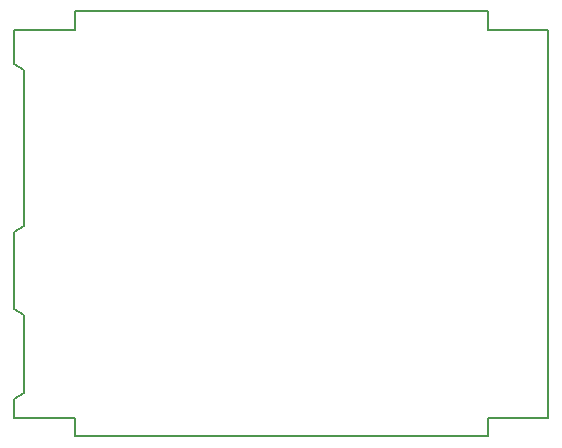
<source format=gm1>
G04 #@! TF.GenerationSoftware,KiCad,Pcbnew,(5.1.4)-1*
G04 #@! TF.CreationDate,2019-10-25T18:11:34-07:00*
G04 #@! TF.ProjectId,mainboard,6d61696e-626f-4617-9264-2e6b69636164,rev?*
G04 #@! TF.SameCoordinates,Original*
G04 #@! TF.FileFunction,Profile,NP*
%FSLAX46Y46*%
G04 Gerber Fmt 4.6, Leading zero omitted, Abs format (unit mm)*
G04 Created by KiCad (PCBNEW (5.1.4)-1) date 2019-10-25 18:11:34*
%MOMM*%
%LPD*%
G04 APERTURE LIST*
%ADD10C,0.150000*%
G04 APERTURE END LIST*
D10*
X76625100Y-98791400D02*
X76625100Y-92202000D01*
X77463300Y-78486000D02*
X76625100Y-77978000D01*
X77463300Y-91694000D02*
X76625100Y-92202000D01*
X77463300Y-78486000D02*
X77463300Y-91694000D01*
X81725100Y-75141600D02*
X81725100Y-73541600D01*
X81725100Y-107941600D02*
X81725100Y-109541600D01*
X121800300Y-107941600D02*
X116700300Y-107941600D01*
X76625100Y-75141600D02*
X81725100Y-75141600D01*
X116700300Y-107941600D02*
X116700300Y-109541600D01*
X116700300Y-73541600D02*
X116700300Y-75141600D01*
X121800300Y-75141600D02*
X116700300Y-75141600D01*
X76625100Y-107941600D02*
X76625100Y-106335200D01*
X81725100Y-107941600D02*
X76625100Y-107941600D01*
X77463300Y-99299400D02*
X76625100Y-98791400D01*
X121800300Y-107941600D02*
X121800300Y-75141600D01*
X77463300Y-105827200D02*
X76625100Y-106335200D01*
X77463300Y-99299400D02*
X77463300Y-105827200D01*
X81725100Y-109541600D02*
X116700300Y-109541600D01*
X116700300Y-73541600D02*
X81725100Y-73541600D01*
X76625100Y-75141600D02*
X76625100Y-77978000D01*
M02*

</source>
